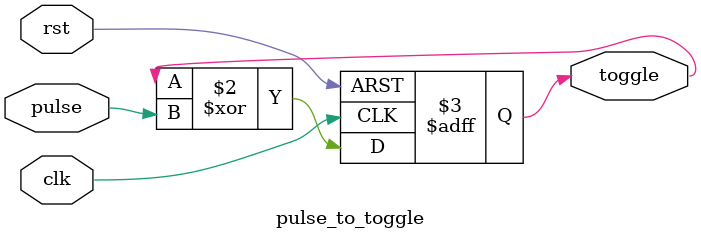
<source format=v>
module pulse_to_toggle
(
    input      clk,
    input      rst,
    input      pulse,
    output reg toggle
);

    always @ (posedge clk or posedge rst)
        if (rst)
            toggle <= 0;
        else
            toggle <= toggle ^ pulse;

endmodule

</source>
